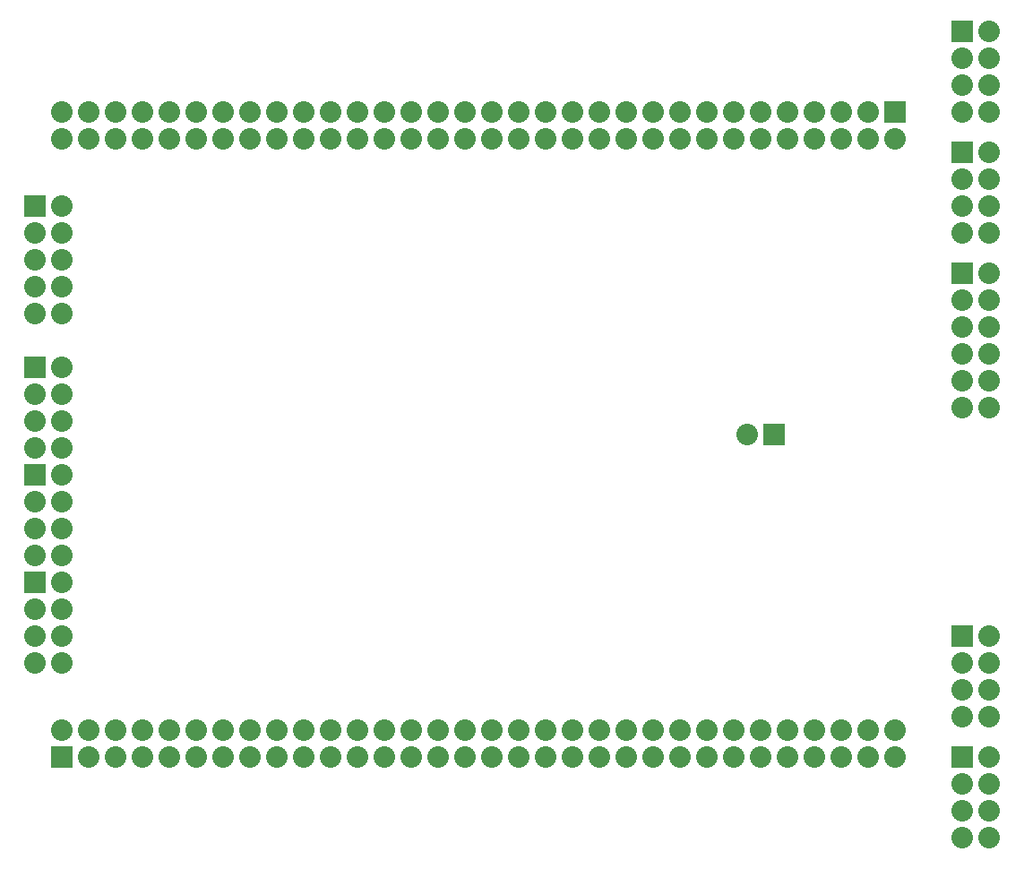
<source format=gbs>
G04 (created by PCBNEW-RS274X (2012-01-19 BZR 3256)-stable) date 16/09/2012 00:02:06*
G01*
G70*
G90*
%MOIN*%
G04 Gerber Fmt 3.4, Leading zero omitted, Abs format*
%FSLAX34Y34*%
G04 APERTURE LIST*
%ADD10C,0.006000*%
%ADD11R,0.080000X0.080000*%
%ADD12C,0.080000*%
G04 APERTURE END LIST*
G54D10*
G54D11*
X45500Y-16000D03*
G54D12*
X46500Y-16000D03*
X45500Y-17000D03*
X46500Y-17000D03*
X45500Y-18000D03*
X46500Y-18000D03*
X45500Y-19000D03*
X46500Y-19000D03*
X45500Y-20000D03*
X46500Y-20000D03*
X45500Y-21000D03*
X46500Y-21000D03*
G54D11*
X45500Y-11500D03*
G54D12*
X46500Y-11500D03*
X45500Y-12500D03*
X46500Y-12500D03*
X45500Y-13500D03*
X46500Y-13500D03*
X45500Y-14500D03*
X46500Y-14500D03*
G54D11*
X45500Y-07000D03*
G54D12*
X46500Y-07000D03*
X45500Y-08000D03*
X46500Y-08000D03*
X45500Y-09000D03*
X46500Y-09000D03*
X45500Y-10000D03*
X46500Y-10000D03*
G54D11*
X11000Y-27500D03*
G54D12*
X12000Y-27500D03*
X11000Y-28500D03*
X12000Y-28500D03*
X11000Y-29500D03*
X12000Y-29500D03*
X11000Y-30500D03*
X12000Y-30500D03*
G54D11*
X11000Y-23500D03*
G54D12*
X12000Y-23500D03*
X11000Y-24500D03*
X12000Y-24500D03*
X11000Y-25500D03*
X12000Y-25500D03*
X11000Y-26500D03*
X12000Y-26500D03*
G54D11*
X11000Y-19500D03*
G54D12*
X12000Y-19500D03*
X11000Y-20500D03*
X12000Y-20500D03*
X11000Y-21500D03*
X12000Y-21500D03*
X11000Y-22500D03*
X12000Y-22500D03*
G54D11*
X45500Y-34000D03*
G54D12*
X46500Y-34000D03*
X45500Y-35000D03*
X46500Y-35000D03*
X45500Y-36000D03*
X46500Y-36000D03*
X45500Y-37000D03*
X46500Y-37000D03*
G54D11*
X45500Y-29500D03*
G54D12*
X46500Y-29500D03*
X45500Y-30500D03*
X46500Y-30500D03*
X45500Y-31500D03*
X46500Y-31500D03*
X45500Y-32500D03*
X46500Y-32500D03*
G54D11*
X38500Y-22000D03*
G54D12*
X37500Y-22000D03*
G54D11*
X43000Y-10000D03*
G54D12*
X43000Y-11000D03*
X42000Y-10000D03*
X42000Y-11000D03*
X41000Y-10000D03*
X41000Y-11000D03*
X40000Y-10000D03*
X40000Y-11000D03*
X39000Y-10000D03*
X39000Y-11000D03*
X38000Y-10000D03*
X38000Y-11000D03*
X37000Y-10000D03*
X37000Y-11000D03*
X36000Y-10000D03*
X36000Y-11000D03*
X35000Y-10000D03*
X35000Y-11000D03*
X34000Y-10000D03*
X34000Y-11000D03*
X33000Y-10000D03*
X33000Y-11000D03*
X32000Y-10000D03*
X32000Y-11000D03*
X31000Y-10000D03*
X31000Y-11000D03*
X30000Y-10000D03*
X30000Y-11000D03*
X29000Y-10000D03*
X29000Y-11000D03*
X28000Y-10000D03*
X28000Y-11000D03*
X27000Y-10000D03*
X27000Y-11000D03*
X26000Y-10000D03*
X26000Y-11000D03*
X25000Y-10000D03*
X25000Y-11000D03*
X24000Y-10000D03*
X24000Y-11000D03*
X23000Y-10000D03*
X23000Y-11000D03*
X22000Y-10000D03*
X22000Y-11000D03*
X21000Y-10000D03*
X21000Y-11000D03*
X20000Y-10000D03*
X20000Y-11000D03*
X19000Y-10000D03*
X19000Y-11000D03*
X18000Y-10000D03*
X18000Y-11000D03*
X17000Y-10000D03*
X17000Y-11000D03*
X16000Y-10000D03*
X16000Y-11000D03*
X15000Y-10000D03*
X15000Y-11000D03*
X14000Y-10000D03*
X14000Y-11000D03*
X13000Y-10000D03*
X13000Y-11000D03*
X12000Y-10000D03*
X12000Y-11000D03*
G54D11*
X12000Y-34000D03*
G54D12*
X12000Y-33000D03*
X13000Y-34000D03*
X13000Y-33000D03*
X14000Y-34000D03*
X14000Y-33000D03*
X15000Y-34000D03*
X15000Y-33000D03*
X16000Y-34000D03*
X16000Y-33000D03*
X17000Y-34000D03*
X17000Y-33000D03*
X18000Y-34000D03*
X18000Y-33000D03*
X19000Y-34000D03*
X19000Y-33000D03*
X20000Y-34000D03*
X20000Y-33000D03*
X21000Y-34000D03*
X21000Y-33000D03*
X22000Y-34000D03*
X22000Y-33000D03*
X23000Y-34000D03*
X23000Y-33000D03*
X24000Y-34000D03*
X24000Y-33000D03*
X25000Y-34000D03*
X25000Y-33000D03*
X26000Y-34000D03*
X26000Y-33000D03*
X27000Y-34000D03*
X27000Y-33000D03*
X28000Y-34000D03*
X28000Y-33000D03*
X29000Y-34000D03*
X29000Y-33000D03*
X30000Y-34000D03*
X30000Y-33000D03*
X31000Y-34000D03*
X31000Y-33000D03*
X32000Y-34000D03*
X32000Y-33000D03*
X33000Y-34000D03*
X33000Y-33000D03*
X34000Y-34000D03*
X34000Y-33000D03*
X35000Y-34000D03*
X35000Y-33000D03*
X36000Y-34000D03*
X36000Y-33000D03*
X37000Y-34000D03*
X37000Y-33000D03*
X38000Y-34000D03*
X38000Y-33000D03*
X39000Y-34000D03*
X39000Y-33000D03*
X40000Y-34000D03*
X40000Y-33000D03*
X41000Y-34000D03*
X41000Y-33000D03*
X42000Y-34000D03*
X42000Y-33000D03*
X43000Y-34000D03*
X43000Y-33000D03*
G54D11*
X11000Y-13500D03*
G54D12*
X12000Y-13500D03*
X11000Y-14500D03*
X12000Y-14500D03*
X11000Y-15500D03*
X12000Y-15500D03*
X11000Y-16500D03*
X12000Y-16500D03*
X11000Y-17500D03*
X12000Y-17500D03*
M02*

</source>
